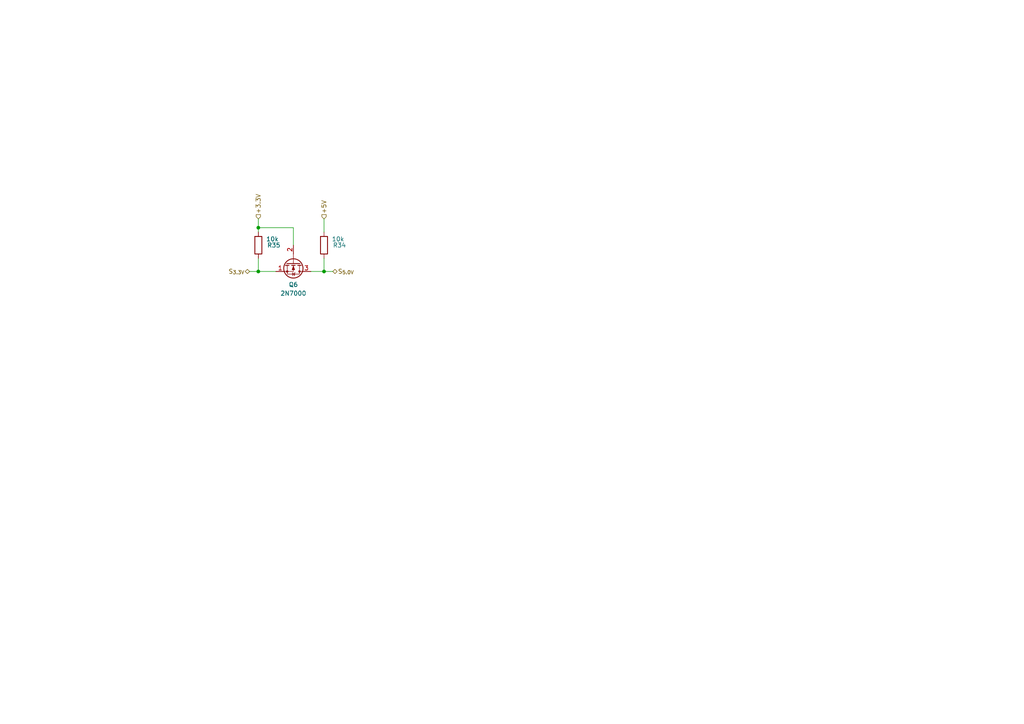
<source format=kicad_sch>
(kicad_sch (version 20250114) (generator "eeschema") (generator_version "9.0")
  (paper "A4")
  (lib_symbols
    (symbol "CREPP_Resistors:Resistor_THT_250mW (standard)" (pin_numbers (hide yes)) (pin_names (offset 0))
      (property "Reference" "R" (at 2.032 0 90))
      (symbol "Resistor_THT_250mW (standard)_0_1"
        (rectangle (start -1.016 -2.54) (end 1.016 2.54) (stroke (width 0.254)))
      )
      (symbol "Resistor_THT_250mW (standard)_1_1"
        (pin passive line (at 0 3.81 270) (length 1.27) (name "~") (number "1"))
        (pin passive line (at 0 -3.81 90) (length 1.27) (name "~") (number "2"))
      )
    )
    (symbol "Transistor_FET:2N7000" (pin_names (hide yes))
      (property "Reference" "Q" (at 5.08 1.905 0))
      (property "Value" "2N7000" (at 5.08 0 0))
      (symbol "2N7000_0_1"
        (polyline (pts (xy 0.254 1.905) (xy 0.254 -1.905)) (stroke (width 0.254)))
        (polyline (pts (xy 0.254 0) (xy -2.54 0)))
        (polyline (pts (xy 0.762 2.286) (xy 0.762 1.27)) (stroke (width 0.254)))
        (polyline (pts (xy 0.762 0.508) (xy 0.762 -0.508)) (stroke (width 0.254)))
        (polyline (pts (xy 0.762 -1.27) (xy 0.762 -2.286)) (stroke (width 0.254)))
        (polyline (pts (xy 0.762 -1.778) (xy 3.302 -1.778) (xy 3.302 1.778) (xy 0.762 1.778)))
        (polyline (pts (xy 1.016 0) (xy 2.032 0.381) (xy 2.032 -0.381) (xy 1.016 0)) (fill (type outline)))
        (circle (center 1.651 0) (radius 2.794) (stroke (width 0.254)))
        (polyline (pts (xy 2.54 2.54) (xy 2.54 1.778)))
        (circle (center 2.54 1.778) (radius 0.254) (fill (type outline)))
        (circle (center 2.54 -1.778) (radius 0.254) (fill (type outline)))
        (polyline (pts (xy 2.54 -2.54) (xy 2.54 0) (xy 0.762 0)))
        (polyline (pts (xy 2.794 0.508) (xy 2.921 0.381) (xy 3.683 0.381) (xy 3.81 0.254)))
        (polyline (pts (xy 3.302 0.381) (xy 2.921 -0.254) (xy 3.683 -0.254) (xy 3.302 0.381)))
      )
      (symbol "2N7000_1_1"
        (pin input line (at -5.08 0 0) (length 2.54) (name "G") (number "2"))
        (pin passive line (at 2.54 5.08 270) (length 2.54) (name "D") (number "3"))
        (pin passive line (at 2.54 -5.08 90) (length 2.54) (name "S") (number "1"))
      )
    )
  )
  (junction (at 93.98 78.74))
  (junction (at 74.93 66.04))
  (junction (at 74.93 78.74))
  (wire (pts (xy 93.98 63.5) (xy 93.98 67.31)))
  (wire (pts (xy 93.98 78.74) (xy 93.98 74.93)))
  (wire (pts (xy 74.93 63.5) (xy 74.93 66.04)))
  (wire (pts (xy 85.09 66.04) (xy 85.09 71.12)))
  (wire (pts (xy 72.39 78.74) (xy 74.93 78.74)))
  (wire (pts (xy 93.98 78.74) (xy 96.52 78.74)))
  (wire (pts (xy 85.09 66.04) (xy 74.93 66.04)))
  (wire (pts (xy 74.93 66.04) (xy 74.93 67.31)))
  (wire (pts (xy 90.17 78.74) (xy 93.98 78.74)))
  (wire (pts (xy 74.93 78.74) (xy 80.01 78.74)))
  (wire (pts (xy 74.93 74.93) (xy 74.93 78.74)))
  (hierarchical_label "S_{5.0V}" (shape bidirectional) (at 96.52 78.74 0))
  (hierarchical_label "+5V" (shape input) (at 93.98 63.5 90))
  (hierarchical_label "+3.3V" (shape input) (at 74.93 63.5 90))
  (hierarchical_label "S_{3.3V}" (shape bidirectional) (at 72.39 78.74 180))
  (symbol (lib_id "Transistor_FET:2N7000") (at 85.09 76.2 270) (unit 1)
    (property "Reference" "Q6" (at 85.09 82.55 90))
    (property "Value" "2N7000" (at 85.09 85.09 90))
    (property "Footprint" "Package_TO_SOT_THT:TO-92_Inline" (effects (hide yes)))
    (property "Datasheet" "https://www.vishay.com/docs/70226/70226.pdf" (effects (hide yes)))
    (property "Description" "0.2A Id, 200V Vds, N-Channel MOSFET, 2.6V Logic Level, TO-92" (effects (hide yes)))
    (instances (project "" (path "" (reference "Q6") (unit 1)) (path "" (reference "Q7") (unit 1))))
  )
  (symbol (lib_id "CREPP_Resistors:Resistor_THT_250mW (standard)") (at 74.93 71.12 0) (unit 1)
    (property "Reference" "R35" (at 77.47 71.1199 0) (effects (justify left)))
    (property "Value" "10k" (at 78.994 69.342 0))
    (property "Footprint" "Resistor_THT:R_Axial_DIN0207_L6.3mm_D2.5mm_P7.62mm_Horizontal" (effects (hide yes)))
    (property "Description" "Standard resistor - 1/4W - THT version" (effects (hide yes)))
    (instances (project "Base" (path "" (reference "R35") (unit 1)) (path "" (reference "R36") (unit 1))))
  )
  (symbol (lib_id "CREPP_Resistors:Resistor_THT_250mW (standard)") (at 93.98 71.12 0) (unit 1)
    (property "Reference" "R34" (at 96.52 71.1199 0) (effects (justify left)))
    (property "Value" "10k" (at 98.044 69.342 0))
    (property "Footprint" "Resistor_THT:R_Axial_DIN0207_L6.3mm_D2.5mm_P7.62mm_Horizontal" (effects (hide yes)))
    (property "Description" "Standard resistor - 1/4W - THT version" (effects (hide yes)))
    (instances (project "Base" (path "" (reference "R34") (unit 1)) (path "" (reference "R37") (unit 1))))
  )
)
</source>
